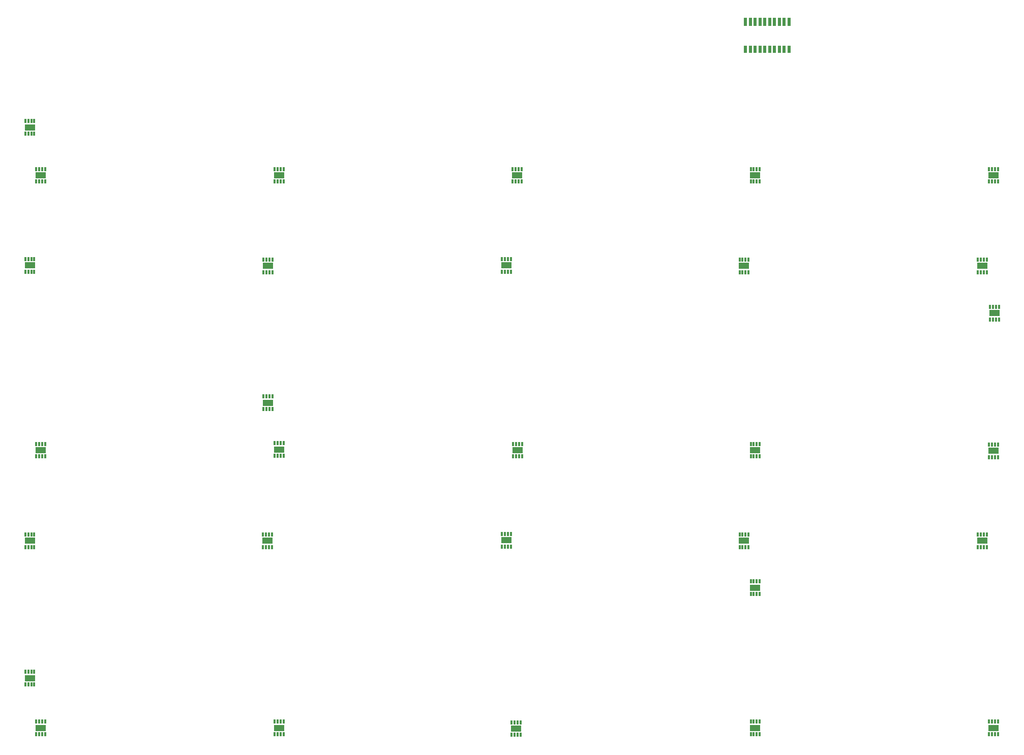
<source format=gbr>
%TF.GenerationSoftware,KiCad,Pcbnew,7.0.6*%
%TF.CreationDate,2024-01-17T22:25:57+01:00*%
%TF.ProjectId,FT24-AMS-Slave_v1-VTSENS,46543234-2d41-44d5-932d-536c6176655f,rev?*%
%TF.SameCoordinates,Original*%
%TF.FileFunction,Soldermask,Bot*%
%TF.FilePolarity,Negative*%
%FSLAX46Y46*%
G04 Gerber Fmt 4.6, Leading zero omitted, Abs format (unit mm)*
G04 Created by KiCad (PCBNEW 7.0.6) date 2024-01-17 22:25:57*
%MOMM*%
%LPD*%
G01*
G04 APERTURE LIST*
%ADD10R,0.300000X0.700000*%
%ADD11R,1.700000X1.000000*%
%ADD12R,0.550000X1.300000*%
%ADD13R,0.550000X1.400000*%
G04 APERTURE END LIST*
D10*
%TO.C,U22*%
X107187500Y-65550000D03*
X106687500Y-65550000D03*
X106187500Y-65550000D03*
X105687500Y-65550000D03*
X105687500Y-63450000D03*
X106187500Y-63450000D03*
X106687500Y-63450000D03*
X107187500Y-63450000D03*
D11*
X106437500Y-64500000D03*
%TD*%
D10*
%TO.C,U9*%
X186487500Y-111350000D03*
X185987500Y-111350000D03*
X185487500Y-111350000D03*
X184987500Y-111350000D03*
X184987500Y-109250000D03*
X185487500Y-109250000D03*
X185987500Y-109250000D03*
X186487500Y-109250000D03*
D11*
X185737500Y-110300000D03*
%TD*%
D10*
%TO.C,U16*%
X146887500Y-65450000D03*
X146387500Y-65450000D03*
X145887500Y-65450000D03*
X145387500Y-65450000D03*
X145387500Y-63350000D03*
X145887500Y-63350000D03*
X146387500Y-63350000D03*
X146887500Y-63350000D03*
D11*
X146137500Y-64400000D03*
%TD*%
D10*
%TO.C,U25*%
X67550000Y-134250000D03*
X67050000Y-134250000D03*
X66550000Y-134250000D03*
X66050000Y-134250000D03*
X66050000Y-132150000D03*
X66550000Y-132150000D03*
X67050000Y-132150000D03*
X67550000Y-132150000D03*
D11*
X66800000Y-133200000D03*
%TD*%
D10*
%TO.C,U14*%
X146887500Y-111250000D03*
X146387500Y-111250000D03*
X145887500Y-111250000D03*
X145387500Y-111250000D03*
X145387500Y-109150000D03*
X145887500Y-109150000D03*
X146387500Y-109150000D03*
X146887500Y-109150000D03*
D11*
X146137500Y-110200000D03*
%TD*%
D10*
%TO.C,U5*%
X226187500Y-65550000D03*
X225687500Y-65550000D03*
X225187500Y-65550000D03*
X224687500Y-65550000D03*
X224687500Y-63450000D03*
X225187500Y-63450000D03*
X225687500Y-63450000D03*
X226187500Y-63450000D03*
D11*
X225437500Y-64500000D03*
%TD*%
D10*
%TO.C,U1*%
X226550000Y-140450000D03*
X227050000Y-140450000D03*
X227550000Y-140450000D03*
X228050000Y-140450000D03*
X228050000Y-142550000D03*
X227550000Y-142550000D03*
X227050000Y-142550000D03*
X226550000Y-142550000D03*
D11*
X227300000Y-141500000D03*
%TD*%
D10*
%TO.C,U23*%
X107550000Y-48350000D03*
X108050000Y-48350000D03*
X108550000Y-48350000D03*
X109050000Y-48350000D03*
X109050000Y-50450000D03*
X108550000Y-50450000D03*
X108050000Y-50450000D03*
X107550000Y-50450000D03*
D11*
X108300000Y-49400000D03*
%TD*%
D10*
%TO.C,U17*%
X147212500Y-48350000D03*
X147712500Y-48350000D03*
X148212500Y-48350000D03*
X148712500Y-48350000D03*
X148712500Y-50450000D03*
X148212500Y-50450000D03*
X147712500Y-50450000D03*
X147212500Y-50450000D03*
D11*
X147962500Y-49400000D03*
%TD*%
D10*
%TO.C,U13*%
X147050000Y-140550000D03*
X147550000Y-140550000D03*
X148050000Y-140550000D03*
X148550000Y-140550000D03*
X148550000Y-142650000D03*
X148050000Y-142650000D03*
X147550000Y-142650000D03*
X147050000Y-142650000D03*
D11*
X147800000Y-141600000D03*
%TD*%
D10*
%TO.C,U3*%
X226512500Y-94250000D03*
X227012500Y-94250000D03*
X227512500Y-94250000D03*
X228012500Y-94250000D03*
X228012500Y-96350000D03*
X227512500Y-96350000D03*
X227012500Y-96350000D03*
X226512500Y-96350000D03*
D11*
X227262500Y-95300000D03*
%TD*%
D10*
%TO.C,U11*%
X186487500Y-65550000D03*
X185987500Y-65550000D03*
X185487500Y-65550000D03*
X184987500Y-65550000D03*
X184987500Y-63450000D03*
X185487500Y-63450000D03*
X185987500Y-63450000D03*
X186487500Y-63450000D03*
D11*
X185737500Y-64500000D03*
%TD*%
D10*
%TO.C,U15*%
X147250000Y-94150000D03*
X147750000Y-94150000D03*
X148250000Y-94150000D03*
X148750000Y-94150000D03*
X148750000Y-96250000D03*
X148250000Y-96250000D03*
X147750000Y-96250000D03*
X147250000Y-96250000D03*
D11*
X148000000Y-95200000D03*
%TD*%
D10*
%TO.C,U7*%
X186850000Y-140450000D03*
X187350000Y-140450000D03*
X187850000Y-140450000D03*
X188350000Y-140450000D03*
X188350000Y-142550000D03*
X187850000Y-142550000D03*
X187350000Y-142550000D03*
X186850000Y-142550000D03*
D11*
X187600000Y-141500000D03*
%TD*%
D10*
%TO.C,U4*%
X226700000Y-71300000D03*
X227200000Y-71300000D03*
X227700000Y-71300000D03*
X228200000Y-71300000D03*
X228200000Y-73400000D03*
X227700000Y-73400000D03*
X227200000Y-73400000D03*
X226700000Y-73400000D03*
D11*
X227450000Y-72350000D03*
%TD*%
D10*
%TO.C,U21*%
X107187500Y-88350000D03*
X106687500Y-88350000D03*
X106187500Y-88350000D03*
X105687500Y-88350000D03*
X105687500Y-86250000D03*
X106187500Y-86250000D03*
X106687500Y-86250000D03*
X107187500Y-86250000D03*
D11*
X106437500Y-87300000D03*
%TD*%
D10*
%TO.C,U24*%
X67850000Y-140450000D03*
X68350000Y-140450000D03*
X68850000Y-140450000D03*
X69350000Y-140450000D03*
X69350000Y-142550000D03*
X68850000Y-142550000D03*
X68350000Y-142550000D03*
X67850000Y-142550000D03*
D11*
X68600000Y-141500000D03*
%TD*%
D10*
%TO.C,U28*%
X67550000Y-65450000D03*
X67050000Y-65450000D03*
X66550000Y-65450000D03*
X66050000Y-65450000D03*
X66050000Y-63350000D03*
X66550000Y-63350000D03*
X67050000Y-63350000D03*
X67550000Y-63350000D03*
D11*
X66800000Y-64400000D03*
%TD*%
D10*
%TO.C,U26*%
X67550000Y-111350000D03*
X67050000Y-111350000D03*
X66550000Y-111350000D03*
X66050000Y-111350000D03*
X66050000Y-109250000D03*
X66550000Y-109250000D03*
X67050000Y-109250000D03*
X67550000Y-109250000D03*
D11*
X66800000Y-110300000D03*
%TD*%
D10*
%TO.C,U30*%
X67550000Y-42450000D03*
X67050000Y-42450000D03*
X66550000Y-42450000D03*
X66050000Y-42450000D03*
X66050000Y-40350000D03*
X66550000Y-40350000D03*
X67050000Y-40350000D03*
X67550000Y-40350000D03*
D11*
X66800000Y-41400000D03*
%TD*%
D10*
%TO.C,U29*%
X67850000Y-48350000D03*
X68350000Y-48350000D03*
X68850000Y-48350000D03*
X69350000Y-48350000D03*
X69350000Y-50450000D03*
X68850000Y-50450000D03*
X68350000Y-50450000D03*
X67850000Y-50450000D03*
D11*
X68600000Y-49400000D03*
%TD*%
D10*
%TO.C,U27*%
X67850000Y-94150000D03*
X68350000Y-94150000D03*
X68850000Y-94150000D03*
X69350000Y-94150000D03*
X69350000Y-96250000D03*
X68850000Y-96250000D03*
X68350000Y-96250000D03*
X67850000Y-96250000D03*
D11*
X68600000Y-95200000D03*
%TD*%
D10*
%TO.C,U8*%
X186850000Y-117050000D03*
X187350000Y-117050000D03*
X187850000Y-117050000D03*
X188350000Y-117050000D03*
X188350000Y-119150000D03*
X187850000Y-119150000D03*
X187350000Y-119150000D03*
X186850000Y-119150000D03*
D11*
X187600000Y-118100000D03*
%TD*%
D10*
%TO.C,U12*%
X186850000Y-48350000D03*
X187350000Y-48350000D03*
X187850000Y-48350000D03*
X188350000Y-48350000D03*
X188350000Y-50450000D03*
X187850000Y-50450000D03*
X187350000Y-50450000D03*
X186850000Y-50450000D03*
D11*
X187600000Y-49400000D03*
%TD*%
D12*
%TO.C,J10*%
X193200000Y-28375000D03*
D13*
X193200000Y-23825000D03*
D12*
X192400000Y-28375000D03*
D13*
X192400000Y-23825000D03*
D12*
X191600000Y-28375000D03*
D13*
X191600000Y-23825000D03*
D12*
X190800000Y-28375000D03*
D13*
X190800000Y-23825000D03*
D12*
X190000000Y-28375000D03*
D13*
X190000000Y-23825000D03*
D12*
X189200000Y-28375000D03*
D13*
X189200000Y-23825000D03*
D12*
X188400000Y-28375000D03*
D13*
X188400000Y-23825000D03*
D12*
X187600000Y-28375000D03*
D13*
X187600000Y-23825000D03*
D12*
X186800000Y-28375000D03*
D13*
X186800000Y-23825000D03*
D12*
X186000000Y-28375000D03*
D13*
X186000000Y-23825000D03*
%TD*%
D10*
%TO.C,U10*%
X186850000Y-94150000D03*
X187350000Y-94150000D03*
X187850000Y-94150000D03*
X188350000Y-94150000D03*
X188350000Y-96250000D03*
X187850000Y-96250000D03*
X187350000Y-96250000D03*
X186850000Y-96250000D03*
D11*
X187600000Y-95200000D03*
%TD*%
D10*
%TO.C,U6*%
X226512500Y-48350000D03*
X227012500Y-48350000D03*
X227512500Y-48350000D03*
X228012500Y-48350000D03*
X228012500Y-50450000D03*
X227512500Y-50450000D03*
X227012500Y-50450000D03*
X226512500Y-50450000D03*
D11*
X227262500Y-49400000D03*
%TD*%
D10*
%TO.C,U20*%
X107550000Y-94050000D03*
X108050000Y-94050000D03*
X108550000Y-94050000D03*
X109050000Y-94050000D03*
X109050000Y-96150000D03*
X108550000Y-96150000D03*
X108050000Y-96150000D03*
X107550000Y-96150000D03*
D11*
X108300000Y-95100000D03*
%TD*%
D10*
%TO.C,U19*%
X107150000Y-111350000D03*
X106650000Y-111350000D03*
X106150000Y-111350000D03*
X105650000Y-111350000D03*
X105650000Y-109250000D03*
X106150000Y-109250000D03*
X106650000Y-109250000D03*
X107150000Y-109250000D03*
D11*
X106400000Y-110300000D03*
%TD*%
D10*
%TO.C,U2*%
X226187500Y-111350000D03*
X225687500Y-111350000D03*
X225187500Y-111350000D03*
X224687500Y-111350000D03*
X224687500Y-109250000D03*
X225187500Y-109250000D03*
X225687500Y-109250000D03*
X226187500Y-109250000D03*
D11*
X225437500Y-110300000D03*
%TD*%
D10*
%TO.C,U18*%
X107550000Y-140450000D03*
X108050000Y-140450000D03*
X108550000Y-140450000D03*
X109050000Y-140450000D03*
X109050000Y-142550000D03*
X108550000Y-142550000D03*
X108050000Y-142550000D03*
X107550000Y-142550000D03*
D11*
X108300000Y-141500000D03*
%TD*%
M02*

</source>
